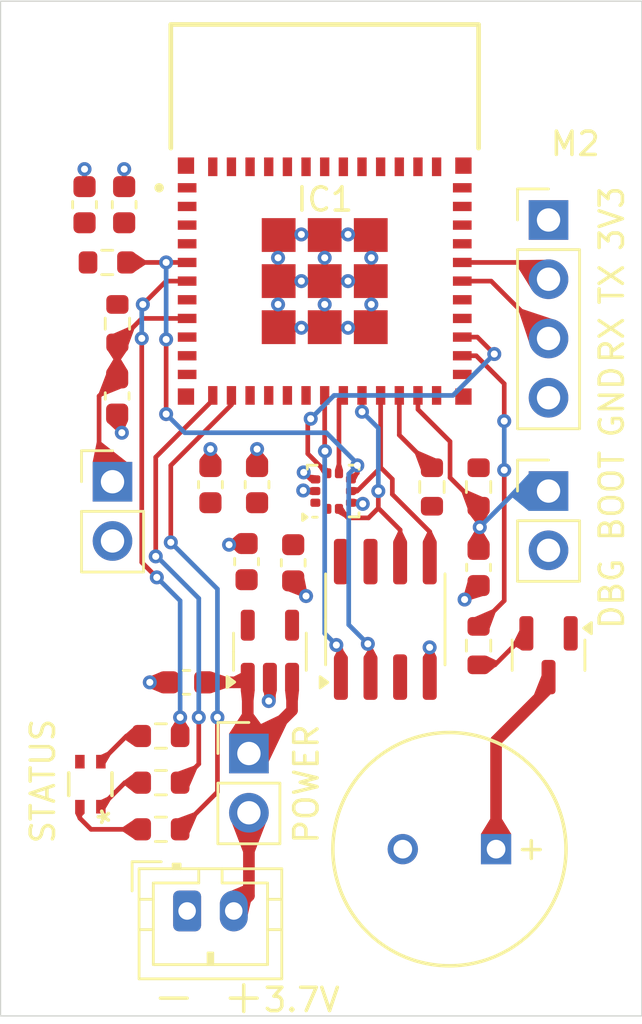
<source format=kicad_pcb>
(kicad_pcb (version 20241229) (generator "pcbnew") (generator_version "9.0")
  (layers (0 "F.Cu" signal) (2 "B.Cu" signal) (13 "F.Paste" user) (15 "B.Paste" user) (5 "F.SilkS" user "F.Silkscreen") (7 "B.SilkS" user "B.Silkscreen") (1 "F.Mask" user) (3 "B.Mask" user) (25 "Edge.Cuts" user))
  (net 0 "")
  (net 1 "GND")
  (net 2 "Net-(BZ1-+)")
  (net 3 "Net-(J4-Pin_1)")
  (net 4 "+3V3")
  (net 5 "/EN")
  (net 6 "/BOOT")
  (net 7 "Net-(D2-BK)")
  (net 8 "Net-(D2-RK)")
  (net 9 "Net-(D2-GK)")
  (net 14 "/BARO_SPC")
  (net 16 "/TXD0")
  (net 17 "/BARO_SDI")
  (net 19 "/RXD0")
  (net 26 "Net-(IC1-IO8)")
  (net 29 "Net-(Q1-B)")
  (net 30 "/BUZZER")
  (net 31 "/LED_R")
  (net 32 "/LED_G")
  (net 33 "/LED_B")
  (net 34 "/BARO_INT")
  (net 35 "/BARO_CS")
  (net 36 "/BARO_SDO")
  (net 37 "/FLASH_CS")
  (net 40 "Net-(BT1--)")
  (footprint "Resistor_SMD:R_0603_1608Metric" (layer "F.Cu") (at 97.01 105.825 -90)
    (property "Reference" "R9" (hide yes))
    (property "Value" "10k")
    (fp_line (start -0.237258 0.5225) (end 0.237258 0.5225) (stroke (width 0.12)) (layer "F.SilkS"))
    (fp_line (start -0.237258 -0.5225) (end 0.237258 -0.5225) (stroke (width 0.12)) (layer "F.SilkS"))
    (pad "1" smd roundrect (at -0.825 0 270) (size 0.8 0.95) (layers "F.Cu" "F.Mask" "F.Paste") (net 4 "+3V3"))
    (pad "2" smd roundrect (at 0.825 0 270) (size 0.8 0.95) (layers "F.Cu" "F.Mask" "F.Paste") (net 5 "/EN"))
  )
  (footprint "Connector_PinHeader_2.54mm:PinHeader_1x04_P2.54mm_Vertical" (layer "F.Cu") (at 115.5 101.38)
    (property "Reference" "J2" (hide yes))
    (property "Value" "Header 01x04 2.54mm" (hide yes))
    (fp_line (start -1.33 -1.33) (end 0 -1.33) (stroke (width 0.12)) (layer "F.SilkS"))
    (fp_line (start -1.33 0) (end -1.33 -1.33) (stroke (width 0.12)) (layer "F.SilkS"))
    (fp_line (start -1.33 1.27) (end -1.33 8.95) (stroke (width 0.12)) (layer "F.SilkS"))
    (fp_line (start -1.33 1.27) (end 1.33 1.27) (stroke (width 0.12)) (layer "F.SilkS"))
    (fp_line (start -1.33 8.95) (end 1.33 8.95) (stroke (width 0.12)) (layer "F.SilkS"))
    (fp_line (start 1.33 1.27) (end 1.33 8.95) (stroke (width 0.12)) (layer "F.SilkS"))
    (pad "1" thru_hole rect (at 0 0) (size 1.7 1.7) (drill 1) (layers "*.Cu" "*.Mask") (net 4 "+3V3"))
    (pad "2" thru_hole oval (at 0 2.54) (size 1.7 1.7) (drill 1) (layers "*.Cu" "*.Mask") (net 16 "/TXD0"))
    (pad "3" thru_hole oval (at 0 5.08) (size 1.7 1.7) (drill 1) (layers "*.Cu" "*.Mask") (net 19 "/RXD0"))
    (pad "4" thru_hole oval (at 0 7.62) (size 1.7 1.7) (drill 1) (layers "*.Cu" "*.Mask") (net 1 "GND"))
  )
  (footprint "Connector_JST:JST_PH_B2B-PH-K_1x02_P2.00mm_Vertical" (layer "F.Cu") (at 100 131)
    (property "Reference" "BT1" (hide yes))
    (property "Value" "3.7V")
    (fp_line (start -2.36 -2.11) (end -2.36 -0.86) (stroke (width 0.12)) (layer "F.SilkS"))
    (fp_line (start -2.06 -1.81) (end -2.06 2.91) (stroke (width 0.12)) (layer "F.SilkS"))
    (fp_line (start -2.06 -0.5) (end -1.45 -0.5) (stroke (width 0.12)) (layer "F.SilkS"))
    (fp_line (start -2.06 0.8) (end -1.45 0.8) (stroke (width 0.12)) (layer "F.SilkS"))
    (fp_line (start -2.06 2.91) (end 4.06 2.91) (stroke (width 0.12)) (layer "F.SilkS"))
    (fp_line (start -1.45 -1.2) (end -1.45 2.3) (stroke (width 0.12)) (layer "F.SilkS"))
    (fp_line (start -1.45 2.3) (end 3.45 2.3) (stroke (width 0.12)) (layer "F.SilkS"))
    (fp_line (start -1.11 -2.11) (end -2.36 -2.11) (stroke (width 0.12)) (layer "F.SilkS"))
    (fp_line (start -0.6 -2.01) (end -0.6 -1.81) (stroke (width 0.12)) (layer "F.SilkS"))
    (fp_line (start -0.3 -2.01) (end -0.6 -2.01) (stroke (width 0.12)) (layer "F.SilkS"))
    (fp_line (start -0.3 -1.91) (end -0.6 -1.91) (stroke (width 0.12)) (layer "F.SilkS"))
    (fp_line (start -0.3 -1.81) (end -0.3 -2.01) (stroke (width 0.12)) (layer "F.SilkS"))
    (fp_line (start 0.5 -1.81) (end 0.5 -1.2) (stroke (width 0.12)) (layer "F.SilkS"))
    (fp_line (start 0.5 -1.2) (end -1.45 -1.2) (stroke (width 0.12)) (layer "F.SilkS"))
    (fp_line (start 0.9 1.8) (end 1.1 1.8) (stroke (width 0.12)) (layer "F.SilkS"))
    (fp_line (start 0.9 2.3) (end 0.9 1.8) (stroke (width 0.12)) (layer "F.SilkS"))
    (fp_line (start 1 2.3) (end 1 1.8) (stroke (width 0.12)) (layer "F.SilkS"))
    (fp_line (start 1.1 1.8) (end 1.1 2.3) (stroke (width 0.12)) (layer "F.SilkS"))
    (fp_line (start 1.5 -1.2) (end 1.5 -1.81) (stroke (width 0.12)) (layer "F.SilkS"))
    (fp_line (start 3.45 -1.2) (end 1.5 -1.2) (stroke (width 0.12)) (layer "F.SilkS"))
    (fp_line (start 3.45 2.3) (end 3.45 -1.2) (stroke (width 0.12)) (layer "F.SilkS"))
    (fp_line (start 4.06 -1.81) (end -2.06 -1.81) (stroke (width 0.12)) (layer "F.SilkS"))
    (fp_line (start 4.06 -0.5) (end 3.45 -0.5) (stroke (width 0.12)) (layer "F.SilkS"))
    (fp_line (start 4.06 0.8) (end 3.45 0.8) (stroke (width 0.12)) (layer "F.SilkS"))
    (fp_line (start 4.06 2.91) (end 4.06 -1.81) (stroke (width 0.12)) (layer "F.SilkS"))
    (pad "1" thru_hole roundrect (at 0 0) (size 1.2 1.75) (drill 0.75) (layers "*.Cu" "*.Mask") (roundrect_rratio 0.208333) (net 1 "GND"))
    (pad "2" thru_hole oval (at 2 0) (size 1.2 1.75) (drill 0.75) (layers "*.Cu" "*.Mask") (net 40 "Net-(BT1--)"))
  )
  (footprint "Resistor_SMD:R_0603_1608Metric" (layer "F.Cu") (at 96.575 103.2)
    (property "Reference" "R6" (hide yes))
    (property "Value" "10k")
    (fp_line (start -0.237258 -0.5225) (end 0.237258 -0.5225) (stroke (width 0.12)) (layer "F.SilkS"))
    (fp_line (start -0.237258 0.5225) (end 0.237258 0.5225) (stroke (width 0.12)) (layer "F.SilkS"))
    (pad "1" smd roundrect (at -0.825 0) (size 0.8 0.95) (layers "F.Cu" "F.Mask" "F.Paste") (net 4 "+3V3"))
    (pad "2" smd roundrect (at 0.825 0) (size 0.8 0.95) (layers "F.Cu" "F.Mask" "F.Paste") (net 36 "/BARO_SDO"))
  )
  (footprint "MountingHole:MountingHole_2.2mm_M2" (layer "F.Cu") (at 116.5 132.5)
    (property "Reference" "REF**" (hide yes))
    (property "Value" "MountingHole_2.2mm_M2" (hide yes))
    (pad "" np_thru_hole circle (at 0 0) (size 2.2 2.2) (drill 2.2) (layers "*.Cu" "*.Mask"))
  )
  (footprint "Capacitor_SMD:C_0603_1608Metric" (layer "F.Cu") (at 112.5 116.275 -90)
    (property "Reference" "C8" (hide yes))
    (property "Value" "100n")
    (fp_line (start -0.14058 0.51) (end 0.14058 0.51) (stroke (width 0.12)) (layer "F.SilkS"))
    (fp_line (start -0.14058 -0.51) (end 0.14058 -0.51) (stroke (width 0.12)) (layer "F.SilkS"))
    (pad "1" smd roundrect (at -0.775 0 270) (size 0.9 0.95) (layers "F.Cu" "F.Mask" "F.Paste") (net 6 "/BOOT"))
    (pad "2" smd roundrect (at 0.775 0 270) (size 0.9 0.95) (layers "F.Cu" "F.Mask" "F.Paste") (net 1 "GND"))
  )
  (footprint "Resistor_SMD:R_0603_1608Metric" (layer "F.Cu") (at 110.5 112.825 90)
    (property "Reference" "R5" (hide yes))
    (property "Value" "10k")
    (fp_line (start -0.237258 -0.5225) (end 0.237258 -0.5225) (stroke (width 0.12)) (layer "F.SilkS"))
    (fp_line (start -0.237258 0.5225) (end 0.237258 0.5225) (stroke (width 0.12)) (layer "F.SilkS"))
    (pad "1" smd roundrect (at -0.825 0 90) (size 0.8 0.95) (layers "F.Cu" "F.Mask" "F.Paste") (net 4 "+3V3"))
    (pad "2" smd roundrect (at 0.825 0 90) (size 0.8 0.95) (layers "F.Cu" "F.Mask" "F.Paste") (net 26 "Net-(IC1-IO8)"))
  )
  (footprint "Capacitor_SMD:C_0603_1608Metric" (layer "F.Cu") (at 97 108.925 -90)
    (property "Reference" "C5" (hide yes))
    (property "Value" "100n")
    (fp_line (start -0.14058 0.51) (end 0.14058 0.51) (stroke (width 0.12)) (layer "F.SilkS"))
    (fp_line (start -0.14058 -0.51) (end 0.14058 -0.51) (stroke (width 0.12)) (layer "F.SilkS"))
    (pad "1" smd roundrect (at -0.775 0 270) (size 0.9 0.95) (layers "F.Cu" "F.Mask" "F.Paste") (net 5 "/EN"))
    (pad "2" smd roundrect (at 0.775 0 270) (size 0.9 0.95) (layers "F.Cu" "F.Mask" "F.Paste") (net 1 "GND"))
  )
  (footprint "Package_SO:SOIC-8_3.9x4.9mm_P1.27mm" (layer "F.Cu") (at 108.5 118.5 90)
    (property "Reference" "U3" (hide yes))
    (property "Value" "W25X40CLSN")
    (fp_line (start 0 -2.56) (end 1.95 -2.56) (stroke (width 0.12)) (layer "F.SilkS"))
    (fp_line (start 0 -2.56) (end -1.95 -2.56) (stroke (width 0.12)) (layer "F.SilkS"))
    (fp_line (start 0 2.56) (end 1.95 2.56) (stroke (width 0.12)) (layer "F.SilkS"))
    (fp_line (start 0 2.56) (end -1.95 2.56) (stroke (width 0.12)) (layer "F.SilkS"))
    (fp_poly (pts (xy -2.7 -2.465) (xy -2.94 -2.795) (xy -2.46 -2.795) (xy -2.7 -2.465)) (stroke (width 0.12)) (fill yes) (layer "F.SilkS"))
    (pad "1" smd roundrect (at -2.475 -1.905 90) (size 1.95 0.6) (layers "F.Cu" "F.Mask" "F.Paste") (net 37 "/FLASH_CS"))
    (pad "2" smd roundrect (at -2.475 -0.635 90) (size 1.95 0.6) (layers "F.Cu" "F.Mask" "F.Paste") (net 36 "/BARO_SDO"))
    (pad "3" smd roundrect (at -2.475 0.635 90) (size 1.95 0.6) (layers "F.Cu" "F.Mask" "F.Paste") (net 4 "+3V3"))
    (pad "4" smd roundrect (at -2.475 1.905 90) (size 1.95 0.6) (layers "F.Cu" "F.Mask" "F.Paste") (net 1 "GND"))
    (pad "5" smd roundrect (at 2.475 1.905 90) (size 1.95 0.6) (layers "F.Cu" "F.Mask" "F.Paste") (net 17 "/BARO_SDI"))
    (pad "6" smd roundrect (at 2.475 0.635 90) (size 1.95 0.6) (layers "F.Cu" "F.Mask" "F.Paste") (net 14 "/BARO_SPC"))
    (pad "7" smd roundrect (at 2.475 -0.635 90) (size 1.95 0.6) (layers "F.Cu" "F.Mask" "F.Paste") (net 4 "+3V3"))
    (pad "8" smd roundrect (at 2.475 -1.905 90) (size 1.95 0.6) (layers "F.Cu" "F.Mask" "F.Paste") (net 4 "+3V3"))
  )
  (footprint "ESP32-C3-MINI-1-H4:ESP32-C3-MINI-1-H4" (layer "F.Cu") (at 105.9 104)
    (property "Reference" "IC1" (at 0 -3.5 0) (layer "F.SilkS"))
    (property "Value" "ESP32-C3-MINI-1-H4" (hide yes))
    (fp_line (start -7.2 -4) (end -7.2 -4) (stroke (width 0.2)) (layer "F.SilkS"))
    (fp_line (start -7 -4) (end -7 -4) (stroke (width 0.2)) (layer "F.SilkS"))
    (fp_line (start -6.6 -11) (end 6.6 -11) (stroke (width 0.2)) (layer "F.SilkS"))
    (fp_line (start -6.6 -5.7) (end -6.6 -11) (stroke (width 0.2)) (layer "F.SilkS"))
    (fp_line (start 6.6 -11) (end 6.6 -5.7) (stroke (width 0.2)) (layer "F.SilkS"))
    (fp_arc (start -7.2 -4) (mid -7.1 -4.1) (end -7 -4) (stroke (width 0.2)) (layer "F.SilkS"))
    (fp_arc (start -7 -4) (mid -7.1 -3.9) (end -7.2 -4) (stroke (width 0.2)) (layer "F.SilkS"))
    (pad "1" smd rect (at -5.9 -4 90) (size 0.4 0.8) (layers "F.Cu" "F.Mask" "F.Paste") (net 1 "GND"))
    (pad "2" smd rect (at -5.9 -3.2 90) (size 0.4 0.8) (layers "F.Cu" "F.Mask" "F.Paste") (net 1 "GND"))
    (pad "3" smd rect (at -5.9 -2.4 90) (size 0.4 0.8) (layers "F.Cu" "F.Mask" "F.Paste") (net 4 "+3V3"))
    (pad "4" smd rect (at -5.9 -1.6 90) (size 0.4 0.8) (layers "F.Cu" "F.Mask" "F.Paste"))
    (pad "5" smd rect (at -5.9 -0.8 90) (size 0.4 0.8) (layers "F.Cu" "F.Mask" "F.Paste") (net 36 "/BARO_SDO"))
    (pad "6" smd rect (at -5.9 0 90) (size 0.4 0.8) (layers "F.Cu" "F.Mask" "F.Paste") (net 31 "/LED_R"))
    (pad "7" smd rect (at -5.9 0.8 90) (size 0.4 0.8) (layers "F.Cu" "F.Mask" "F.Paste"))
    (pad "8" smd rect (at -5.9 1.6 90) (size 0.4 0.8) (layers "F.Cu" "F.Mask" "F.Paste") (net 5 "/EN"))
    (pad "9" smd rect (at -5.9 2.4 90) (size 0.4 0.8) (layers "F.Cu" "F.Mask" "F.Paste"))
    (pad "10" smd rect (at -5.9 3.2 90) (size 0.4 0.8) (layers "F.Cu" "F.Mask" "F.Paste"))
    (pad "11" smd rect (at -5.9 4 90) (size 0.4 0.8) (layers "F.Cu" "F.Mask" "F.Paste") (net 1 "GND"))
    (pad "12" smd rect (at -4.8 4.9) (size 0.4 0.8) (layers "F.Cu" "F.Mask" "F.Paste") (net 32 "/LED_G"))
    (pad "13" smd rect (at -4 4.9) (size 0.4 0.8) (layers "F.Cu" "F.Mask" "F.Paste") (net 33 "/LED_B"))
    (pad "14" smd rect (at -3.2 4.9) (size 0.4 0.8) (layers "F.Cu" "F.Mask" "F.Paste") (net 1 "GND"))
    (pad "15" smd rect (at -2.4 4.9) (size 0.4 0.8) (layers "F.Cu" "F.Mask" "F.Paste"))
    (pad "16" smd rect (at -1.6 4.9) (size 0.4 0.8) (layers "F.Cu" "F.Mask" "F.Paste"))
    (pad "17" smd rect (at -0.8 4.9) (size 0.4 0.8) (layers "F.Cu" "F.Mask" "F.Paste"))
    (pad "18" smd rect (at 0 4.9) (size 0.4 0.8) (layers "F.Cu" "F.Mask" "F.Paste") (net 37 "/FLASH_CS"))
    (pad "19" smd rect (at 0.8 4.9) (size 0.4 0.8) (layers "F.Cu" "F.Mask" "F.Paste") (net 35 "/BARO_CS"))
    (pad "20" smd rect (at 1.6 4.9) (size 0.4 0.8) (layers "F.Cu" "F.Mask" "F.Paste") (net 14 "/BARO_SPC"))
    (pad "21" smd rect (at 2.4 4.9) (size 0.4 0.8) (layers "F.Cu" "F.Mask" "F.Paste") (net 17 "/BARO_SDI"))
    (pad "22" smd rect (at 3.2 4.9) (size 0.4 0.8) (layers "F.Cu" "F.Mask" "F.Paste") (net 26 "Net-(IC1-IO8)"))
    (pad "23" smd rect (at 4 4.9) (size 0.4 0.8) (layers "F.Cu" "F.Mask" "F.Paste") (net 6 "/BOOT"))
    (pad "24" smd rect (at 4.8 4.9) (size 0.4 0.8) (layers "F.Cu" "F.Mask" "F.Paste"))
    (pad "25" smd rect (at 5.9 4 90) (size 0.4 0.8) (layers "F.Cu" "F.Mask" "F.Paste"))
    (pad "26" smd rect (at 5.9 3.2 90) (size 0.4 0.8) (layers "F.Cu" "F.Mask" "F.Paste") (net 30 "/BUZZER"))
    (pad "27" smd rect (at 5.9 2.4 90) (size 0.4 0.8) (layers "F.Cu" "F.Mask" "F.Paste") (net 34 "/BARO_INT"))
    (pad "28" smd rect (at 5.9 1.6 90) (size 0.4 0.8) (layers "F.Cu" "F.Mask" "F.Paste"))
    (pad "29" smd rect (at 5.9 0.8 90) (size 0.4 0.8) (layers "F.Cu" "F.Mask" "F.Paste"))
    (pad "30" smd rect (at 5.9 0 90) (size 0.4 0.8) (layers "F.Cu" "F.Mask" "F.Paste") (net 19 "/RXD0"))
    (pad "31" smd rect (at 5.9 -0.8 90) (size 0.4 0.8) (layers "F.Cu" "F.Mask" "F.Paste") (net 16 "/TXD0"))
    (pad "32" smd rect (at 5.9 -1.6 90) (size 0.4 0.8) (layers "F.Cu" "F.Mask" "F.Paste"))
    (pad "33" smd rect (at 5.9 -2.4 90) (size 0.4 0.8) (layers "F.Cu" "F.Mask" "F.Paste"))
    (pad "34" smd rect (at 5.9 -3.2 90) (size 0.4 0.8) (layers "F.Cu" "F.Mask" "F.Paste"))
    (pad "35" smd rect (at 5.9 -4 90) (size 0.4 0.8) (layers "F.Cu" "F.Mask" "F.Paste"))
    (pad "36" smd rect (at 4.8 -4.9) (size 0.4 0.8) (layers "F.Cu" "F.Mask" "F.Paste") (net 1 "GND"))
    (pad "37" smd rect (at 4 -4.9) (size 0.4 0.8) (layers "F.Cu" "F.Mask" "F.Paste") (net 1 "GND"))
    (pad "38" smd rect (at 3.2 -4.9) (size 0.4 0.8) (layers "F.Cu" "F.Mask" "F.Paste") (net 1 "GND"))
    (pad "39" smd rect (at 2.4 -4.9) (size 0.4 0.8) (layers "F.Cu" "F.Mask" "F.Paste") (net 1 "GND"))
    (pad "40" smd rect (at 1.6 -4.9) (size 0.4 0.8) (layers "F.Cu" "F.Mask" "F.Paste") (net 1 "GND"))
    (pad "41" smd rect (at 0.8 -4.9) (size 0.4 0.8) (layers "F.Cu" "F.Mask" "F.Paste") (net 1 "GND"))
    (pad "42" smd rect (at 0 -4.9) (size 0.4 0.8) (layers "F.Cu" "F.Mask" "F.Paste") (net 1 "GND"))
    (pad "43" smd rect (at -0.8 -4.9) (size 0.4 0.8) (layers "F.Cu" "F.Mask" "F.Paste") (net 1 "GND"))
    (pad "44" smd rect (at -1.6 -4.9) (size 0.4 0.8) (layers "F.Cu" "F.Mask" "F.Paste") (net 1 "GND"))
    (pad "45" smd rect (at -2.4 -4.9) (size 0.4 0.8) (layers "F.Cu" "F.Mask" "F.Paste") (net 1 "GND"))
    (pad "46" smd rect (at -3.2 -4.9) (size 0.4 0.8) (layers "F.Cu" "F.Mask" "F.Paste") (net 1 "GND"))
    (pad "47" smd rect (at -4 -4.9) (size 0.4 0.8) (layers "F.Cu" "F.Mask" "F.Paste") (net 1 "GND"))
    (pad "48" smd rect (at -4.8 -4.9) (size 0.4 0.8) (layers "F.Cu" "F.Mask" "F.Paste") (net 1 "GND"))
    (pad "49" smd rect (at 0 0) (size 1.45 1.45) (layers "F.Cu" "F.Mask" "F.Paste") (net 1 "GND"))
    (pad "50" smd rect (at 1.975 -1.975) (size 1.45 1.45) (layers "F.Cu" "F.Mask" "F.Paste") (net 1 "GND"))
    (pad "51" smd rect (at 0 -1.975) (size 1.45 1.45) (layers "F.Cu" "F.Mask" "F.Paste") (net 1 "GND"))
    (pad "52" smd rect (at -1.975 -1.975) (size 1.45 1.45) (layers "F.Cu" "F.Mask" "F.Paste") (net 1 "GND"))
    (pad "53" smd rect (at -1.975 0) (size 1.45 1.45) (layers "F.Cu" "F.Mask" "F.Paste") (net 1 "GND"))
    (pad "54" smd rect (at -1.975 1.975) (size 1.45 1.45) (layers "F.Cu" "F.Mask" "F.Paste") (net 1 "GND"))
    (pad "55" smd rect (at 0 1.975) (size 1.45 1.45) (layers "F.Cu" "F.Mask" "F.Paste") (net 1 "GND"))
    (pad "56" smd rect (at 1.975 1.975) (size 1.45 1.45) (layers "F.Cu" "F.Mask" "F.Paste") (net 1 "GND"))
    (pad "57" smd rect (at 1.975 0) (size 1.45 1.45) (layers "F.Cu" "F.Mask" "F.Paste") (net 1 "GND"))
    (pad "58" smd rect (at -5.95 -4.95) (size 0.7 0.7) (layers "F.Cu" "F.Mask" "F.Paste") (net 1 "GND"))
    (pad "59" smd rect (at -5.95 4.95) (size 0.7 0.7) (layers "F.Cu" "F.Mask" "F.Paste") (net 1 "GND"))
    (pad "60" smd rect (at 5.95 4.95) (size 0.7 0.7) (layers "F.Cu" "F.Mask" "F.Paste") (net 1 "GND"))
    (pad "61" smd rect (at 5.95 -4.95) (size 0.7 0.7) (layers "F.Cu" "F.Mask" "F.Paste") (net 1 "GND"))
  )
  (footprint "Package_LGA:ST_HLGA-10_2x2mm_P0.5mm_LayoutBorder3x2y" (layer "F.Cu") (at 106.2625 113 90)
    (property "Reference" "U1" (hide yes))
    (property "Value" "LPS22HB")
    (fp_line (start 1.11 -1.11) (end 1.11 -0.685) (stroke (width 0.12)) (layer "F.SilkS"))
    (fp_line (start 0.935 -1.11) (end 1.11 -1.11) (stroke (width 0.12)) (layer "F.SilkS"))
    (fp_line (start -1.12 -0.685) (end -1.12 -0.88) (stroke (width 0.12)) (layer "F.SilkS"))
    (fp_line (start 1.11 1.11) (end 1.11 0.685) (stroke (width 0.12)) (layer "F.SilkS"))
    (fp_line (start 0.935 1.11) (end 1.11 1.11) (stroke (width 0.12)) (layer "F.SilkS"))
    (fp_line (start -0.935 1.11) (end -1.11 1.11) (stroke (width 0.12)) (layer "F.SilkS"))
    (fp_line (start -1.11 1.11) (end -1.11 0.685) (stroke (width 0.12)) (layer "F.SilkS"))
    (fp_poly (pts (xy -1.12 -1.12) (xy -1.26 -1.31) (xy -0.98 -1.31) (xy -1.12 -1.12)) (stroke (width 0.12)) (fill yes) (layer "F.SilkS"))
    (pad "1" smd roundrect (at -0.7625 -0.25 90) (size 0.425 0.35) (layers "F.Cu" "F.Mask" "F.Paste") (net 4 "+3V3"))
    (pad "2" smd roundrect (at -0.7625 0.25 90) (size 0.425 0.35) (layers "F.Cu" "F.Mask" "F.Paste") (net 14 "/BARO_SPC"))
    (pad "3" smd roundrect (at -0.5 0.7625 90) (size 0.35 0.425) (layers "F.Cu" "F.Mask" "F.Paste") (net 1 "GND"))
    (pad "4" smd roundrect (at 0 0.7625 90) (size 0.35 0.425) (layers "F.Cu" "F.Mask" "F.Paste") (net 17 "/BARO_SDI"))
    (pad "5" smd roundrect (at 0.5 0.7625 90) (size 0.35 0.425) (layers "F.Cu" "F.Mask" "F.Paste") (net 36 "/BARO_SDO"))
    (pad "6" smd roundrect (at 0.7625 0.25 90) (size 0.425 0.35) (layers "F.Cu" "F.Mask" "F.Paste") (net 35 "/BARO_CS"))
    (pad "7" smd roundrect (at 0.7625 -0.25 90) (size 0.425 0.35) (layers "F.Cu" "F.Mask" "F.Paste") (net 34 "/BARO_INT"))
    (pad "8" smd roundrect (at 0.5 -0.7625 90) (size 0.35 0.425) (layers "F.Cu" "F.Mask" "F.Paste") (net 1 "GND"))
    (pad "9" smd roundrect (at 0 -0.7625 90) (size 0.35 0.425) (layers "F.Cu" "F.Mask" "F.Paste") (net 1 "GND"))
    (pad "10" smd roundrect (at -0.5 -0.7625 90) (size 0.35 0.425) (layers "F.Cu" "F.Mask" "F.Paste") (net 4 "+3V3"))
  )
  (footprint "Capacitor_SMD:C_0603_1608Metric" (layer "F.Cu") (at 102.55 116.025 90)
    (property "Reference" "C2" (hide yes))
    (property "Value" "1u")
    (fp_line (start -0.14058 -0.51) (end 0.14058 -0.51) (stroke (width 0.12)) (layer "F.SilkS"))
    (fp_line (start -0.14058 0.51) (end 0.14058 0.51) (stroke (width 0.12)) (layer "F.SilkS"))
    (pad "1" smd roundrect (at -0.775 0 90) (size 0.9 0.95) (layers "F.Cu" "F.Mask" "F.Paste") (net 4 "+3V3"))
    (pad "2" smd roundrect (at 0.775 0 90) (size 0.9 0.95) (layers "F.Cu" "F.Mask" "F.Paste") (net 1 "GND"))
  )
  (footprint "Connector_PinHeader_2.54mm:PinHeader_1x02_P2.54mm_Vertical" (layer "F.Cu") (at 102.65 124.25)
    (property "Reference" "J4" (hide yes))
    (property "Value" "Header 01x02 2.54mm" (hide yes))
    (fp_line (start -1.33 -1.33) (end 0 -1.33) (stroke (width 0.12)) (layer "F.SilkS"))
    (fp_line (start -1.33 0) (end -1.33 -1.33) (stroke (width 0.12)) (layer "F.SilkS"))
    (fp_line (start -1.33 1.27) (end -1.33 3.87) (stroke (width 0.12)) (layer "F.SilkS"))
    (fp_line (start -1.33 1.27) (end 1.33 1.27) (stroke (width 0.12)) (layer "F.SilkS"))
    (fp_line (start -1.33 3.87) (end 1.33 3.87) (stroke (width 0.12)) (layer "F.SilkS"))
    (fp_line (start 1.33 1.27) (end 1.33 3.87) (stroke (width 0.12)) (layer "F.SilkS"))
    (pad "1" thru_hole rect (at 0 0) (size 1.7 1.7) (drill 1) (layers "*.Cu" "*.Mask") (net 3 "Net-(J4-Pin_1)"))
    (pad "2" thru_hole oval (at 0 2.54) (size 1.7 1.7) (drill 1) (layers "*.Cu" "*.Mask") (net 40 "Net-(BT1--)"))
  )
  (footprint "Package_TO_SOT_SMD:SOT-23" (layer "F.Cu") (at 115.5 120.0375 -90)
    (property "Reference" "Q1" (hide yes))
    (property "Value" "S8550")
    (fp_line (start 0 1.56) (end -0.65 1.56) (stroke (width 0.12)) (layer "F.SilkS"))
    (fp_line (start 0 1.56) (end 0.65 1.56) (stroke (width 0.12)) (layer "F.SilkS"))
    (fp_line (start 0 -1.56) (end -0.65 -1.56) (stroke (width 0.12)) (layer "F.SilkS"))
    (fp_line (start 0 -1.56) (end 0.65 -1.56) (stroke (width 0.12)) (layer "F.SilkS"))
    (fp_poly (pts (xy -1.1625 -1.51) (xy -1.4025 -1.84) (xy -0.9225 -1.84) (xy -1.1625 -1.51)) (stroke (width 0.12)) (fill yes) (layer "F.SilkS"))
    (pad "1" smd roundrect (at -0.9375 -0.95 270) (size 1.475 0.6) (layers "F.Cu" "F.Mask" "F.Paste") (net 4 "+3V3"))
    (pad "2" smd roundrect (at -0.9375 0.95 270) (size 1.475 0.6) (layers "F.Cu" "F.Mask" "F.Paste") (net 29 "Net-(Q1-B)"))
    (pad "3" smd roundrect (at 0.9375 0 270) (size 1.475 0.6) (layers "F.Cu" "F.Mask" "F.Paste") (net 2 "Net-(BZ1-+)"))
  )
  (footprint "Connector_PinHeader_2.54mm:PinHeader_1x02_P2.54mm_Vertical" (layer "F.Cu") (at 96.8 112.6)
    (property "Reference" "J3" (hide yes))
    (property "Value" "Header 01x02 2.54mm" (hide yes))
    (fp_line (start -1.33 -1.33) (end 0 -1.33) (stroke (width 0.12)) (layer "F.SilkS"))
    (fp_line (start -1.33 0) (end -1.33 -1.33) (stroke (width 0.12)) (layer "F.SilkS"))
    (fp_line (start -1.33 1.27) (end -1.33 3.87) (stroke (width 0.12)) (layer "F.SilkS"))
    (fp_line (start -1.33 1.27) (end 1.33 1.27) (stroke (width 0.12)) (layer "F.SilkS"))
    (fp_line (start -1.33 3.87) (end 1.33 3.87) (stroke (width 0.12)) (layer "F.SilkS"))
    (fp_line (start 1.33 1.27) (end 1.33 3.87) (stroke (width 0.12)) (layer "F.SilkS"))
    (pad "1" thru_hole rect (at 0 0) (size 1.7 1.7) (drill 1) (layers "*.Cu" "*.Mask") (net 5 "/EN"))
    (pad "2" thru_hole oval (at 0 2.54) (size 1.7 1.7) (drill 1) (layers "*.Cu" "*.Mask") (net 1 "GND"))
  )
  (footprint "CT09E-04T273-5:CT09E-04T273-5" (layer "F.Cu") (at 111.25 128.35 -90)
    (property "Reference" "BZ1" (hide yes))
    (property "Value" "CT09E-04T273-5")
    (fp_circle (center 0 0) (end 5 0) (stroke (width 0.15)) (fill no) (layer "F.SilkS"))
    (fp_text user "+" (at -0.7 -3 270) (layer "F.SilkS") (effects (justify left bottom)))
    (pad "1" thru_hole rect (at 0 -2 270) (size 1.3 1.3) (drill 0.8) (layers "*.Cu" "*.Mask") (net 2 "Net-(BZ1-+)"))
    (pad "2" thru_hole circle (at 0 2 270) (size 1.3 1.3) (drill 0.8) (layers "*.Cu" "*.Mask") (net 1 "GND"))
  )
  (footprint "Capacitor_SMD:C_0603_1608Metric" (layer "F.Cu") (at 104.55 116.075 -90)
    (property "Reference" "C11" (hide yes))
    (property "Value" "1u")
    (fp_line (start -0.14058 0.51) (end 0.14058 0.51) (stroke (width 0.12)) (layer "F.SilkS"))
    (fp_line (start -0.14058 -0.51) (end 0.14058 -0.51) (stroke (width 0.12)) (layer "F.SilkS"))
    (pad "1" smd roundrect (at -0.775 0 270) (size 0.9 0.95) (layers "F.Cu" "F.Mask" "F.Paste") (net 4 "+3V3"))
    (pad "2" smd roundrect (at 0.775 0 270) (size 0.9 0.95) (layers "F.Cu" "F.Mask" "F.Paste") (net 1 "GND"))
  )
  (footprint "MountingHole:MountingHole_2.2mm_M2" (layer "F.Cu") (at 95 132.5)
    (property "Reference" "REF**" (hide yes))
    (property "Value" "MountingHole_2.2mm_M2" (hide yes))
    (pad "" np_thru_hole circle (at 0 0) (size 2.2 2.2) (drill 2.2) (layers "*.Cu" "*.Mask"))
  )
  (footprint "Capacitor_SMD:C_0603_1608Metric" (layer "F.Cu") (at 95.6 100.725 90)
    (property "Reference" "C4" (hide yes))
    (property "Value" "100n")
    (fp_line (start -0.14058 -0.51) (end 0.14058 -0.51) (stroke (width 0.12)) (layer "F.SilkS"))
    (fp_line (start -0.14058 0.51) (end 0.14058 0.51) (stroke (width 0.12)) (layer "F.SilkS"))
    (pad "1" smd roundrect (at -0.775 0 90) (size 0.9 0.95) (layers "F.Cu" "F.Mask" "F.Paste") (net 4 "+3V3"))
    (pad "2" smd roundrect (at 0.775 0 90) (size 0.9 0.95) (layers "F.Cu" "F.Mask" "F.Paste") (net 1 "GND"))
  )
  (footprint "Resistor_SMD:R_0603_1608Metric" (layer "F.Cu") (at 98.875 123.5)
    (property "Reference" "R2" (hide yes))
    (property "Value" "261")
    (fp_line (start -0.237258 -0.5225) (end 0.237258 -0.5225) (stroke (width 0.12)) (layer "F.SilkS"))
    (fp_line (start -0.237258 0.5225) (end 0.237258 0.5225) (stroke (width 0.12)) (layer "F.SilkS"))
    (pad "1" smd roundrect (at -0.825 0) (size 0.8 0.95) (layers "F.Cu" "F.Mask" "F.Paste") (net 8 "Net-(D2-RK)"))
    (pad "2" smd roundrect (at 0.825 0) (size 0.8 0.95) (layers "F.Cu" "F.Mask" "F.Paste") (net 31 "/LED_R"))
  )
  (footprint "MountingHole:MountingHole_2.2mm_M2" (layer "F.Cu") (at 116.5 95)
    (property "Reference" "REF**" (hide yes))
    (property "Value" "MountingHole_2.2mm_M2" (hide yes))
    (pad "" np_thru_hole circle (at 0 0) (size 2.2 2.2) (drill 2.2) (layers "*.Cu" "*.Mask"))
  )
  (footprint "Capacitor_SMD:C_0603_1608Metric" (layer "F.Cu") (at 103 112.725 90)
    (property "Reference" "C13" (hide yes))
    (property "Value" "100n")
    (fp_line (start -0.14058 -0.51) (end 0.14058 -0.51) (stroke (width 0.12)) (layer "F.SilkS"))
    (fp_line (start -0.14058 0.51) (end 0.14058 0.51) (stroke (width 0.12)) (layer "F.SilkS"))
    (pad "1" smd roundrect (at -0.775 0 90) (size 0.9 0.95) (layers "F.Cu" "F.Mask" "F.Paste") (net 4 "+3V3"))
    (pad "2" smd roundrect (at 0.775 0 90) (size 0.9 0.95) (layers "F.Cu" "F.Mask" "F.Paste") (net 1 "GND"))
  )
  (footprint "Connector_PinHeader_2.54mm:PinHeader_1x02_P2.54mm_Vertical" (layer "F.Cu") (at 115.5 113)
    (property "Reference" "J1" (hide yes))
    (property "Value" "Header 01x02 2.54mm" (hide yes))
    (fp_line (start -1.33 -1.33) (end 0 -1.33) (stroke (width 0.12)) (layer "F.SilkS"))
    (fp_line (start -1.33 0) (end -1.33 -1.33) (stroke (width 0.12)) (layer "F.SilkS"))
    (fp_line (start -1.33 1.27) (end -1.33 3.87) (stroke (width 0.12)) (layer "F.SilkS"))
    (fp_line (start -1.33 1.27) (end 1.33 1.27) (stroke (width 0.12)) (layer "F.SilkS"))
    (fp_line (start -1.33 3.87) (end 1.33 3.87) (stroke (width 0.12)) (layer "F.SilkS"))
    (fp_line (start 1.33 1.27) (end 1.33 3.87) (stroke (width 0.12)) (layer "F.SilkS"))
    (pad "1" thru_hole rect (at 0 0) (size 1.7 1.7) (drill 1) (layers "*.Cu" "*.Mask") (net 6 "/BOOT"))
    (pad "2" thru_hole oval (at 0 2.54) (size 1.7 1.7) (drill 1) (layers "*.Cu" "*.Mask") (net 1 "GND"))
  )
  (footprint "Resistor_SMD:R_0603_1608Metric" (layer "F.Cu") (at 112.5 119.625 -90)
    (property "Reference" "R1" (hide yes))
    (property "Value" "1k")
    (fp_line (start -0.237258 0.5225) (end 0.237258 0.5225) (stroke (width 0.12)) (layer "F.SilkS"))
    (fp_line (start -0.237258 -0.5225) (end 0.237258 -0.5225) (stroke (width 0.12)) (layer "F.SilkS"))
    (pad "1" smd roundrect (at -0.825 0 270) (size 0.8 0.95) (layers "F.Cu" "F.Mask" "F.Paste") (net 30 "/BUZZER"))
    (pad "2" smd roundrect (at 0.825 0 270) (size 0.8 0.95) (layers "F.Cu" "F.Mask" "F.Paste") (net 29 "Net-(Q1-B)"))
  )
  (footprint "Resistor_SMD:R_0603_1608Metric" (layer "F.Cu") (at 98.875 127.5)
    (property "Reference" "R4" (hide yes))
    (property "Value" "62")
    (fp_line (start -0.237258 -0.5225) (end 0.237258 -0.5225) (stroke (width 0.12)) (layer "F.SilkS"))
    (fp_line (start -0.237258 0.5225) (end 0.237258 0.5225) (stroke (width 0.12)) (layer "F.SilkS"))
    (pad "1" smd roundrect (at -0.825 0) (size 0.8 0.95) (layers "F.Cu" "F.Mask" "F.Paste") (net 7 "Net-(D2-BK)"))
    (pad "2" smd roundrect (at 0.825 0) (size 0.8 0.95) (layers "F.Cu" "F.Mask" "F.Paste") (net 33 "/LED_B"))
  )
  (footprint "B38G3RGB:B38G3RGB-10D0003H2U1930_HVK" (layer "F.Cu") (at 95.850001 125.5652 90)
    (property "Reference" "D2" (hide yes))
    (property "Value" "B38G3RGB")
    (fp_line (start -0.484171 -0.9271) (end 0.484171 -0.9271) (stroke (width 0.1524)) (layer "F.SilkS"))
    (fp_line (start -0.484171 0.9271) (end 0.484171 0.9271) (stroke (width 0.1524)) (layer "F.SilkS"))
    (fp_text user "*" (at -1.397 0.889 90) (layer "F.SilkS"))
    (fp_text user "*" (at -1.397 0.889 90) (layer "F.SilkS"))
    (pad "1" smd rect (at -0.9652 0.449999 90) (size 0.5842 0.4064) (layers "F.Cu" "F.Mask" "F.Paste") (net 9 "Net-(D2-GK)"))
    (pad "2" smd rect (at -0.9652 -0.449999 90) (size 0.5842 0.4064) (layers "F.Cu" "F.Mask" "F.Paste") (net 7 "Net-(D2-BK)"))
    (pad "3" smd rect (at 0.9652 -0.449999 90) (size 0.5842 0.4064) (layers "F.Cu" "F.Mask" "F.Paste") (net 4 "+3V3"))
    (pad "4" smd rect (at 0.9652 0.449999 90) (size 0.5842 0.4064) (layers "F.Cu" "F.Mask" "F.Paste") (net 8 "Net-(D2-RK)"))
  )
  (footprint "Package_TO_SOT_SMD:SOT-23-5" (layer "F.Cu") (at 103.55 119.8875 90)
    (property "Reference" "U4" (hide yes))
    (property "Value" "TLV75533PDBV")
    (fp_line (start 0 -1.56) (end 0.8 -1.56) (stroke (width 0.12)) (layer "F.SilkS"))
    (fp_line (start 0 -1.56) (end -0.8 -1.56) (stroke (width 0.12)) (layer "F.SilkS"))
    (fp_line (start 0 1.56) (end 0.8 1.56) (stroke (width 0.12)) (layer "F.SilkS"))
    (fp_line (start 0 1.56) (end -0.8 1.56) (stroke (width 0.12)) (layer "F.SilkS"))
    (fp_poly (pts (xy -1.3 -1.51) (xy -1.54 -1.84) (xy -1.06 -1.84) (xy -1.3 -1.51)) (stroke (width 0.12)) (fill yes) (layer "F.SilkS"))
    (pad "1" smd roundrect (at -1.1375 -0.95 90) (size 1.325 0.6) (layers "F.Cu" "F.Mask" "F.Paste") (net 3 "Net-(J4-Pin_1)"))
    (pad "2" smd roundrect (at -1.1375 0 90) (size 1.325 0.6) (layers "F.Cu" "F.Mask" "F.Paste") (net 1 "GND"))
    (pad "3" smd roundrect (at -1.1375 0.95 90) (size 1.325 0.6) (layers "F.Cu" "F.Mask" "F.Paste") (net 3 "Net-(J4-Pin_1)"))
    (pad "4" smd roundrect (at 1.1375 0.95 90) (size 1.325 0.6) (layers "F.Cu" "F.Mask" "F.Paste"))
    (pad "5" smd roundrect (at 1.1375 -0.95 90) (size 1.325 0.6) (layers "F.Cu" "F.Mask" "F.Paste") (net 4 "+3V3"))
  )
  (footprint "Resistor_SMD:R_0603_1608Metric" (layer "F.Cu") (at 98.875 125.5)
    (property "Reference" "R3" (hide yes))
    (property "Value" "62")
    (fp_line (start -0.237258 -0.5225) (end 0.237258 -0.5225) (stroke (width 0.12)) (layer "F.SilkS"))
    (fp_line (start -0.237258 0.5225) (end 0.237258 0.5225) (stroke (width 0.12)) (layer "F.SilkS"))
    (pad "1" smd roundrect (at -0.825 0) (size 0.8 0.95) (layers "F.Cu" "F.Mask" "F.Paste") (net 9 "Net-(D2-GK)"))
    (pad "2" smd roundrect (at 0.825 0) (size 0.8 0.95) (layers "F.Cu" "F.Mask" "F.Paste") (net 32 "/LED_G"))
  )
  (footprint "Capacitor_SMD:C_0603_1608Metric" (layer "F.Cu") (at 99.975 121.2 180)
    (property "Reference" "C1" (hide yes))
    (property "Value" "1u")
    (fp_line (start -0.14058 0.51) (end 0.14058 0.51) (stroke (width 0.12)) (layer "F.SilkS"))
    (fp_line (start -0.14058 -0.51) (end 0.14058 -0.51) (stroke (width 0.12)) (layer "F.SilkS"))
    (pad "1" smd roundrect (at -0.775 0 180) (size 0.9 0.95) (layers "F.Cu" "F.Mask" "F.Paste") (net 3 "Net-(J4-Pin_1)"))
    (pad "2" smd roundrect (at 0.775 0 180) (size 0.9 0.95) (layers "F.Cu" "F.Mask" "F.Paste") (net 1 "GND"))
  )
  (footprint "MountingHole:MountingHole_2.2mm_M2" (layer "F.Cu") (at 95 95)
    (property "Reference" "REF**" (hide yes))
    (property "Value" "MountingHole_2.2mm_M2" (hide yes))
    (pad "" np_thru_hole circle (at 0 0) (size 2.2 2.2) (drill 2.2) (layers "*.Cu" "*.Mask"))
  )
  (footprint "Capacitor_SMD:C_0603_1608Metric" (layer "F.Cu") (at 97.3 100.725 90)
    (property "Reference" "C3" (hide yes))
    (property "Value" "10u")
    (fp_line (start -0.14058 -0.51) (end 0.14058 -0.51) (stroke (width 0.12)) (layer "F.SilkS"))
    (fp_line (start -0.14058 0.51) (end 0.14058 0.51) (stroke (width 0.12)) (layer "F.SilkS"))
    (pad "1" smd roundrect (at -0.775 0 90) (size 0.9 0.95) (layers "F.Cu" "F.Mask" "F.Paste") (net 4 "+3V3"))
    (pad "2" smd roundrect (at 0.775 0 90) (size 0.9 0.95) (layers "F.Cu" "F.Mask" "F.Paste") (net 1 "GND"))
  )
  (footprint "Resistor_SMD:R_0603_1608Metric" (layer "F.Cu") (at 112.5 112.825 -90)
    (property "Reference" "R12" (hide yes))
    (property "Value" "10k")
    (fp_line (start -0.237258 0.5225) (end 0.237258 0.5225) (stroke (width 0.12)) (layer "F.SilkS"))
    (fp_line (start -0.237258 -0.5225) (end 0.237258 -0.5225) (stroke (width 0.12)) (layer "F.SilkS"))
    (pad "1" smd roundrect (at -0.825 0 270) (size 0.8 0.95) (layers "F.Cu" "F.Mask" "F.Paste") (net 4 "+3V3"))
    (pad "2" smd roundrect (at 0.825 0 270) (size 0.8 0.95) (layers "F.Cu" "F.Mask" "F.Paste") (net 6 "/BOOT"))
  )
  (footprint "Capacitor_SMD:C_0603_1608Metric" (layer "F.Cu") (at 101 112.725 90)
    (property "Reference" "C12" (hide yes))
    (property "Value" "4.7u")
    (fp_line (start -0.14058 -0.51) (end 0.14058 -0.51) (stroke (width 0.12)) (layer "F.SilkS"))
    (fp_line (start -0.14058 0.51) (end 0.14058 0.51) (stroke (width 0.12)) (layer "F.SilkS"))
    (pad "1" smd roundrect (at -0.775 0 90) (size 0.9 0.95) (layers "F.Cu" "F.Mask" "F.Paste") (net 4 "+3V3"))
    (pad "2" smd roundrect (at 0.775 0 90) (size 0.9 0.95) (layers "F.Cu" "F.Mask" "F.Paste") (net 1 "GND"))
  )
  (gr_rect (start 92 92) (end 119.5 135.5) (stroke (width 0.05)) (fill no) (layer "Edge.Cuts"))
  (gr_text "3V3" (at 118.8 102.8 90) (layer "F.SilkS") (effects (font (size 1 1)) (justify left bottom)))
  (gr_text "RX" (at 118.8 107.6 90) (layer "F.SilkS") (effects (font (size 1 1)) (justify left bottom)))
  (gr_text "DBG BOOT" (at 118.8 119 90) (layer "F.SilkS") (effects (font (size 1 1)) (justify left bottom)))
  (gr_text "TX" (at 118.8 105.1 90) (layer "F.SilkS") (effects (font (size 1 1)) (justify left bottom)))
  (gr_text "M2" (at 115.5 98.7 0) (layer "F.SilkS") (effects (font (size 1 1)) (justify left bottom)))
  (gr_text "POWER" (at 105.7 128.2 90) (layer "F.SilkS") (effects (font (size 1 1)) (justify left bottom)))
  (gr_text "3.7V" (at 103.2 135.4 0) (layer "F.SilkS") (effects (font (size 1 1)) (justify left bottom)))
  (gr_text "GND" (at 118.8 110.8 90) (layer "F.SilkS") (effects (font (size 1 1)) (justify left bottom)))
  (gr_text "STATUS" (at 94.4 128.2 90) (layer "F.SilkS") (effects (font (size 1 1)) (justify left bottom)))
  (gr_text "- +" (at 98.4 135.5 0) (layer "F.SilkS") (effects (font (size 1.5 1.5)) (justify left bottom)))
  (segment (start 95.6 99.95) (end 95.6 99.2) (width 0.2) (layer "F.Cu") (net 1))
  (segment (start 102.55 115.25) (end 101.85 115.25) (width 0.2) (layer "F.Cu") (net 1))
  (segment (start 97.2 110.5) (end 97 110.3) (width 0.2) (layer "F.Cu") (net 1))
  (segment (start 105.3 112.5) (end 105 112.2) (width 0.2) (layer "F.Cu") (net 1))
  (segment (start 105.5 112.5) (end 105.3 112.5) (width 0.2) (layer "F.Cu") (net 1))
  (segment (start 103.55 121.95) (end 103.5 122) (width 0.5) (layer "F.Cu") (net 1))
  (segment (start 101.85 115.25) (end 101.8 115.3) (width 0.2) (layer "F.Cu") (net 1))
  (segment (start 110.405 120.975) (end 110.405 119.705) (width 0.2) (layer "F.Cu") (net 1))
  (segment (start 103.55 121.025) (end 103.55 121.95) (width 0.5) (layer "F.Cu") (net 1))
  (segment (start 104.55 116.85) (end 104.55 116.95) (width 0.2) (layer "F.Cu") (net 1))
  (segment (start 107.025 113.5) (end 107.483178 113.5) (width 0.2) (layer "F.Cu") (net 1))
  (segment (start 97 110.3) (end 97 109.7) (width 0.2) (layer "F.Cu") (net 1))
  (segment (start 110.405 119.705) (end 110.4 119.7) (width 0.2) (layer "F.Cu") (net 1))
  (segment (start 105.5 113) (end 105.004986 113) (width 0.2) (layer "F.Cu") (net 1))
  (segment (start 101 111.95) (end 101 111.2) (width 0.2) (layer "F.Cu") (net 1))
  (segment (start 105.004986 113) (end 104.980244 112.975258) (width 0.2) (layer "F.Cu") (net 1))
  (segment (start 103 111.95) (end 103 111.2) (width 0.2) (layer "F.Cu") (net 1))
  (segment (start 112.5 117.05) (end 111.9 117.65) (width 0.2) (layer "F.Cu") (net 1))
  (segment (start 99.2 121.2) (end 98.4 121.2) (width 0.5) (layer "F.Cu") (net 1))
  (segment (start 104.55 116.95) (end 105.1 117.5) (width 0.2) (layer "F.Cu") (net 1))
  (segment (start 107.483178 113.5) (end 107.531946 113.548768) (width 0.2) (layer "F.Cu") (net 1))
  (segment (start 97.3 99.95) (end 97.3 99.2) (width 0.2) (layer "F.Cu") (net 1))
  (via (at 110.4 119.7) (size 0.6) (drill 0.3) (layers "F.Cu" "B.Cu") (net 1))
  (via (at 105.9 105) (size 0.6) (drill 0.3) (layers "F.Cu" "B.Cu") (net 1))
  (via (at 106.9 102) (size 0.6) (drill 0.3) (layers "F.Cu" "B.Cu") (net 1))
  (via (at 106.9 106) (size 0.6) (drill 0.3) (layers "F.Cu" "B.Cu") (net 1))
  (via (at 103.9 103) (size 0.6) (drill 0.3) (layers "F.Cu" "B.Cu") (net 1))
  (via (at 107.531946 113.548768) (size 0.6) (drill 0.3) (layers "F.Cu" "B.Cu") (net 1))
  (via (at 101.8 115.3) (size 0.6) (drill 0.3) (layers "F.Cu" "B.Cu") (net 1))
  (via (at 97.2 110.5) (size 0.6) (drill 0.3) (layers "F.Cu" "B.Cu") (net 1))
  (via (at 104.9 106) (size 0.6) (drill 0.3) (layers "F.Cu" "B.Cu") (net 1))
  (via (at 107.9 105) (size 0.6) (drill 0.3) (layers "F.Cu" "B.Cu") (net 1))
  (via (at 105 112.2) (size 0.6) (drill 0.3) (layers "F.Cu" "B.Cu") (net 1))
  (via (at 98.4 121.2) (size 0.6) (drill 0.3) (layers "F.Cu" "B.Cu") (net 1))
  (via (at 105.1 117.5) (size 0.6) (drill 0.3) (layers "F.Cu" "B.Cu") (net 1))
  (via (at 95.6 99.2) (size 0.6) (drill 0.3) (layers "F.Cu" "B.Cu") (net 1))
  (via (at 103.5 122) (size 0.6) (drill 0.3) (layers "F.Cu" "B.Cu") (net 1))
  (via (at 105.9 103) (size 0.6) (drill 0.3) (layers "F.Cu" "B.Cu") (net 1))
  (via (at 104.980244 112.975258) (size 0.6) (drill 0.3) (layers "F.Cu" "B.Cu") (net 1))
  (via (at 103.9 105) (size 0.6) (drill 0.3) (layers "F.Cu" "B.Cu") (net 1))
  (via (at 111.9 117.65) (size 0.6) (drill 0.3) (layers "F.Cu" "B.Cu") (net 1))
  (via (at 101 111.2) (size 0.6) (drill 0.3) (layers "F.Cu" "B.Cu") (net 1))
  (via (at 107.9 103) (size 0.6) (drill 0.3) (layers "F.Cu" "B.Cu") (net 1))
  (via (at 103 111.2) (size 0.6) (drill 0.3) (layers "F.Cu" "B.Cu") (net 1))
  (via (at 106.9 104) (size 0.6) (drill 0.3) (layers "F.Cu" "B.Cu") (net 1))
  (via (at 97.3 99.2) (size 0.6) (drill 0.3) (layers "F.Cu" "B.Cu") (net 1))
  (via (at 104.9 104) (size 0.6) (drill 0.3) (layers "F.Cu" "B.Cu") (net 1))
  (via (at 104.9 102) (size 0.6) (drill 0.3) (layers "F.Cu" "B.Cu") (net 1))
  (segment (start 115.5 121.45) (end 113.25 123.7) (width 0.5) (layer "F.Cu") (net 2))
  (segment (start 113.25 123.7) (end 113.25 128.35) (width 0.5) (layer "F.Cu") (net 2))
  (segment (start 115.5 120.975) (end 115.5 121.45) (width 0.5) (layer "F.Cu") (net 2))
  (segment (start 102.6 121.025) (end 102.6 124.2) (width 0.5) (layer "F.Cu") (net 3))
  (segment (start 104.5 122.4) (end 102.65 124.25) (width 0.5) (layer "F.Cu") (net 3))
  (segment (start 102.425 121.2) (end 102.6 121.025) (width 0.5) (layer "F.Cu") (net 3))
  (segment (start 100.75 121.2) (end 102.425 121.2) (width 0.5) (layer "F.Cu") (net 3))
  (segment (start 102.6 124.2) (end 102.65 124.25) (width 0.5) (layer "F.Cu") (net 3))
  (segment (start 104.5 121.025) (end 104.5 122.4) (width 0.5) (layer "F.Cu") (net 3))
  (segment (start 97 108.15) (end 97 106.66) (width 0.2) (layer "F.Cu") (net 5))
  (segment (start 96.224 112.024) (end 96.224 108.926) (width 0.2) (layer "F.Cu") (net 5))
  (segment (start 96.8 112.6) (end 96.224 112.024) (width 0.2) (layer "F.Cu") (net 5))
  (segment (start 98.06 105.6) (end 100 105.6) (width 0.2) (layer "F.Cu") (net 5))
  (segment (start 97 106.66) (end 97.01 106.65) (width 0.2) (layer "F.Cu") (net 5))
  (segment (start 96.224 108.926) (end 97 108.15) (width 0.2) (layer "F.Cu") (net 5))
  (segment (start 97.01 106.65) (end 98.06 105.6) (width 0.2) (layer "F.Cu") (net 5))
  (segment (start 109.9 109.5) (end 109.9 108.9) (width 0.2) (layer "F.Cu") (net 6))
  (segment (start 115.4 113.1) (end 115.5 113) (width 0.2) (layer "F.Cu") (net 6))
  (segment (start 112.5 115.5) (end 112.5 114.6) (width 0.2) (layer "F.Cu") (net 6))
  (segment (start 112.5 114.6) (end 112.55 114.55) (width 0.2) (layer "F.Cu") (net 6))
  (segment (start 111.276 110.876) (end 109.9 109.5) (width 0.2) (layer "F.Cu") (net 6))
  (segment (start 112.5 113.65) (end 111.276 112.426) (width 0.2) (layer "F.Cu") (net 6))
  (segment (start 111.276 112.426) (end 111.276 110.876) (width 0.2) (layer "F.Cu") (net 6))
  (segment (start 112.55 113.7) (end 112.5 113.65) (width 0.2) (layer "F.Cu") (net 6))
  (segment (start 112.55 114.55) (end 112.55 113.7) (width 0.2) (layer "F.Cu") (net 6))
  (via (at 112.55 114.55) (size 0.6) (drill 0.3) (layers "F.Cu" "B.Cu") (net 6))
  (segment (start 115.5 113) (end 114.1 113) (width 0.2) (layer "B.Cu") (net 6))
  (segment (start 114.1 113) (end 112.55 114.55) (width 0.2) (layer "B.Cu") (net 6))
  (segment (start 98.05 127.5) (end 95.877502 127.5) (width 0.2) (layer "F.Cu") (net 7))
  (segment (start 95.400002 127.0225) (end 95.400002 126.5304) (width 0.2) (layer "F.Cu") (net 7))
  (segment (start 95.877502 127.5) (end 95.400002 127.0225) (width 0.2) (layer "F.Cu") (net 7))
  (segment (start 98.05 123.5) (end 97.4 123.5) (width 0.2) (layer "F.Cu") (net 8))
  (segment (start 97.4 123.5) (end 96.3 124.6) (width 0.2) (layer "F.Cu") (net 8))
  (segment (start 97.3304 125.5) (end 96.3 126.5304) (width 0.2) (layer "F.Cu") (net 9))
  (segment (start 98.05 125.5) (end 97.3304 125.5) (width 0.2) (layer "F.Cu") (net 9))
  (segment (start 106.899768 114.149768) (end 107.780889 114.149768) (width 0.2) (layer "F.Cu") (net 14))
  (segment (start 106.5125 113.7625) (end 106.899768 114.149768) (width 0.2) (layer "F.Cu") (net 14))
  (segment (start 108.2 113.730657) (end 108.2 113) (width 0.2) (layer "F.Cu") (net 14))
  (segment (start 109.135 116.025) (end 109.135 114.665657) (width 0.2) (layer "F.Cu") (net 14))
  (segment (start 109.135 114.665657) (end 108.2 113.730657) (width 0.2) (layer "F.Cu") (net 14))
  (segment (start 107.780889 114.149768) (end 108.2 113.730657) (width 0.2) (layer "F.Cu") (net 14))
  (segment (start 107.5 109.6) (end 107.5 108.9) (width 0.2) (layer "F.Cu") (net 14))
  (via (at 107.5 109.6) (size 0.6) (drill 0.3) (layers "F.Cu" "B.Cu") (net 14))
  (via (at 108.2 113) (size 0.6) (drill 0.3) (layers "F.Cu" "B.Cu") (net 14))
  (segment (start 108.2 113) (end 108.2 110.3) (width 0.2) (layer "B.Cu") (net 14))
  (segment (start 108.2 110.3) (end 107.5 109.6) (width 0.2) (layer "B.Cu") (net 14))
  (segment (start 114.78 103.2) (end 115.5 103.92) (width 0.2) (layer "F.Cu") (net 16))
  (segment (start 111.8 103.2) (end 114.78 103.2) (width 0.2) (layer "F.Cu") (net 16))
  (segment (start 108.801 112.490348) (end 108.3 111.989348) (width 0.2) (layer "F.Cu") (net 17))
  (segment (start 108.801 113.140064) (end 108.801 112.490348) (width 0.2) (layer "F.Cu") (net 17))
  (segment (start 108.3 111.989348) (end 108.3 108.9) (width 0.2) (layer "F.Cu") (net 17))
  (segment (start 107.289348 113) (end 108.3 111.989348) (width 0.2) (layer "F.Cu") (net 17))
  (segment (start 110.405 116.025) (end 110.405 114.744064) (width 0.2) (layer "F.Cu") (net 17))
  (segment (start 107.025 113) (end 107.289348 113) (width 0.2) (layer "F.Cu") (net 17))
  (segment (start 110.405 114.744064) (end 108.801 113.140064) (width 0.2) (layer "F.Cu") (net 17))
  (segment (start 113.04 104) (end 115.5 106.46) (width 0.2) (layer "F.Cu") (net 19))
  (segment (start 111.8 104) (end 113.04 104) (width 0.2) (layer "F.Cu") (net 19))
  (segment (start 109.1 110.6) (end 109.1 108.9) (width 0.2) (layer "F.Cu") (net 26))
  (segment (start 110.5 112) (end 109.1 110.6) (width 0.2) (layer "F.Cu") (net 26))
  (segment (start 113.2 120.45) (end 112.5 120.45) (width 0.2) (layer "F.Cu") (net 29))
  (segment (start 114.55 119.1) (end 113.2 120.45) (width 0.2) (layer "F.Cu") (net 29))
  (segment (start 113.6 110) (end 113.6 108.4) (width 0.2) (layer "F.Cu") (net 30))
  (segment (start 112.5 118.8) (end 113.6 117.7) (width 0.2) (layer "F.Cu") (net 30))
  (segment (start 113.6 117.7) (end 113.6 112.1) (width 0.2) (layer "F.Cu") (net 30))
  (segment (start 112.4 107.2) (end 111.8 107.2) (width 0.2) (layer "F.Cu") (net 30))
  (segment (start 113.6 108.4) (end 112.4 107.2) (width 0.2) (layer "F.Cu") (net 30))
  (via (at 113.6 110) (size 0.6) (drill 0.3) (layers "F.Cu" "B.Cu") (net 30))
  (via (at 113.6 112.1) (size 0.6) (drill 0.3) (layers "F.Cu" "B.Cu") (net 30))
  (segment (start 113.6 112.1) (end 113.6 110) (width 0.2) (layer "B.Cu") (net 30))
  (segment (start 98.1 105) (end 99.1 104) (width 0.2) (layer "F.Cu") (net 31))
  (segment (start 98.054265 116.054265) (end 98.054265 106.454265) (width 0.2) (layer "F.Cu") (net 31))
  (segment (start 99.7 123.5) (end 99.7 122.7) (width 0.2) (layer "F.Cu") (net 31))
  (segment (start 99.1 104) (end 100 104) (width 0.2) (layer "F.Cu") (net 31))
  (segment (start 98.7 116.7) (end 98.054265 116.054265) (width 0.2) (layer "F.Cu") (net 31))
  (via (at 98.1 105) (size 0.6) (drill 0.3) (layers "F.Cu" "B.Cu") (net 31))
  (via (at 99.7 122.7) (size 0.6) (drill 0.3) (layers "F.Cu" "B.Cu") (net 31))
  (via (at 98.7 116.7) (size 0.6) (drill 0.3) (layers "F.Cu" "B.Cu") (net 31))
  (via (at 98.054265 106.454265) (size 0.6) (drill 0.3) (layers "F.Cu" "B.Cu") (net 31))
  (segment (start 99.7 117.7) (end 98.7 116.7) (width 0.2) (layer "B.Cu") (net 31))
  (segment (start 98.1 105) (end 98.1 105.00853) (width 0.2) (layer "B.Cu") (net 31))
  (segment (start 99.7 122.7) (end 99.7 117.7) (width 0.2) (layer "B.Cu") (net 31))
  (segment (start 98.1 105.00853) (end 98.054265 105.054265) (width 0.2) (layer "B.Cu") (net 31))
  (segment (start 98.054265 105.054265) (end 98.054265 106.454265) (width 0.2) (layer "B.Cu") (net 31))
  (segment (start 101.1 109.1) (end 101.1 108.9) (width 0.2) (layer "F.Cu") (net 32))
  (segment (start 100.500003 124.699997) (end 100.500003 122.7) (width 0.2) (layer "F.Cu") (net 32))
  (segment (start 98.654265 111.545735) (end 101.1 109.1) (width 0.2) (layer "F.Cu") (net 32))
  (segment (start 98.654265 115.8) (end 98.654265 111.545735) (width 0.2) (layer "F.Cu") (net 32))
  (segment (start 99.7 125.5) (end 100.500003 124.699997) (width 0.2) (layer "F.Cu") (net 32))
  (via (at 100.500003 122.7) (size 0.6) (drill 0.3) (layers "F.Cu" "B.Cu") (net 32))
  (via (at 98.654265 115.8) (size 0.6) (drill 0.3) (layers "F.Cu" "B.Cu") (net 32))
  (segment (start 98.7 115.8) (end 98.654265 115.8) (width 0.2) (layer "B.Cu") (net 32))
  (segment (start 100.500003 117.600003) (end 98.7 115.8) (width 0.2) (layer "B.Cu") (net 32))
  (segment (start 100.500003 122.7) (end 100.500003 117.600003) (width 0.2) (layer "B.Cu") (net 32))
  (segment (start 99.7 127.5) (end 101.300006 125.899994) (width 0.2) (layer "F.Cu") (net 33))
  (segment (start 101.300006 125.899994) (end 101.300006 122.7) (width 0.2) (layer "F.Cu") (net 33))
  (segment (start 101.9 109.302) (end 101.9 108.9) (width 0.2) (layer "F.Cu") (net 33))
  (segment (start 99.3 115.2) (end 99.3 111.902) (width 0.2) (layer "F.Cu") (net 33))
  (segment (start 99.3 111.902) (end 101.9 109.302) (width 0.2) (layer "F.Cu") (net 33))
  (via (at 99.3 115.2) (size 0.6) (drill 0.3) (layers "F.Cu" "B.Cu") (net 33))
  (via (at 101.300006 122.7) (size 0.6) (drill 0.3) (layers "F.Cu" "B.Cu") (net 33))
  (segment (start 101.300006 122.7) (end 101.300006 117.200006) (width 0.2) (layer "B.Cu") (net 33))
  (segment (start 101.300006 117.200006) (end 99.3 115.2) (width 0.2) (layer "B.Cu") (net 33))
  (segment (start 105.175 111.4) (end 106.0125 112.2375) (width 0.2) (layer "F.Cu") (net 34))
  (segment (start 112.44853 106.4) (end 111.8 106.4) (width 0.2) (layer "F.Cu") (net 34))
  (segment (start 105.175 110.025) (end 105.175 111.4) (width 0.2) (layer "F.Cu") (net 34))
  (segment (start 105.3 109.9) (end 105.175 110.025) (width 0.2) (layer "F.Cu") (net 34))
  (segment (start 113.174265 107.125735) (end 112.44853 106.4) (width 0.2) (layer "F.Cu") (net 34))
  (via (at 113.174265 107.125735) (size 0.6) (drill 0.3) (layers "F.Cu" "B.Cu") (net 34))
  (via (at 105.3 109.9) (size 0.6) (drill 0.3) (layers "F.Cu" "B.Cu") (net 34))
  (segment (start 106.3 108.9) (end 111.4 108.9) (width 0.2) (layer "B.Cu") (net 34))
  (segment (start 111.4 108.9) (end 113.174265 107.125735) (width 0.2) (layer "B.Cu") (net 34))
  (segment (start 105.3 109.9) (end 106.3 108.9) (width 0.2) (layer "B.Cu") (net 34))
  (segment (start 106.5125 109.0875) (end 106.7 108.9) (width 0.2) (layer "F.Cu") (net 35))
  (segment (start 106.5125 112.2375) (end 106.5125 109.0875) (width 0.2) (layer "F.Cu") (net 35))
  (segment (start 107.3 111.9) (end 107.3 112.225) (width 0.2) (layer "F.Cu") (net 36))
  (segment (start 107.75 119.62) (end 107.865 119.735) (width 0.2) (layer "F.Cu") (net 36))
  (segment (start 107.75 119.55) (end 107.75 119.62) (width 0.2) (layer "F.Cu") (net 36))
  (segment (start 99.1 103.2) (end 97.4 103.2) (width 0.2) (layer "F.Cu") (net 36))
  (segment (start 99.1 103.2) (end 100 103.2) (width 0.2) (layer "F.Cu") (net 36))
  (segment (start 99.1 109.7) (end 99.1 106.5) (width 0.2) (layer "F.Cu") (net 36))
  (segment (start 107.3 112.225) (end 107.025 112.5) (width 0.2) (layer "F.Cu") (net 36))
  (segment (start 107.865 119.735) (end 107.865 120.975) (width 0.2) (layer "F.Cu") (net 36))
  (via (at 99.1 103.2) (size 0.6) (drill 0.3) (layers "F.Cu" "B.Cu") (net 36))
  (via (at 107.3 111.9) (size 0.6) (drill 0.3) (layers "F.Cu" "B.Cu") (net 36))
  (via (at 99.1 109.7) (size 0.6) (drill 0.3) (layers "F.Cu" "B.Cu") (net 36))
  (via (at 99.1 106.5) (size 0.6) (drill 0.3) (layers "F.Cu" "B.Cu") (net 36))
  (via (at 107.75 119.55) (size 0.6) (drill 0.3) (layers "F.Cu" "B.Cu") (net 36))
  (segment (start 106.930946 118.730946) (end 106.930946 112.269054) (width 0.2) (layer "B.Cu") (net 36))
  (segment (start 99.1 106.5) (end 99.1 103.2) (width 0.2) (layer "B.Cu") (net 36))
  (segment (start 106.930946 112.269054) (end 107.3 111.9) (width 0.2) (layer "B.Cu") (net 36))
  (segment (start 107.75 119.55) (end 106.930946 118.730946) (width 0.2) (layer "B.Cu") (net 36))
  (segment (start 107.3 111.826529) (end 107.3 111.9) (width 0.2) (layer "B.Cu") (net 36))
  (segment (start 99.1 109.7) (end 99.9 110.5) (width 0.2) (layer "B.Cu") (net 36))
  (segment (start 105.973471 110.5) (end 107.3 111.826529) (width 0.2) (layer "B.Cu") (net 36))
  (segment (start 99.9 110.5) (end 105.973471 110.5) (width 0.2) (layer "B.Cu") (net 36))
  (segment (start 105.9 111.276472) (end 105.9125 111.288972) (width 0.2) (layer "F.Cu") (net 37))
  (segment (start 106.595 120.975) (end 106.595 119.795) (width 0.2) (layer "F.Cu") (net 37))
  (segment (start 106.595 119.795) (end 106.4 119.6) (width 0.2) (layer "F.Cu") (net 37))
  (segment (start 105.9 108.9) (end 105.9 111.276472) (width 0.2) (layer "F.Cu") (net 37))
  (via (at 105.9125 111.288972) (size 0.6) (drill 0.3) (layers "F.Cu" "B.Cu") (net 37))
  (via (at 106.4 119.6) (size 0.6) (drill 0.3) (layers "F.Cu" "B.Cu") (net 37))
  (segment (start 105.9125 111.288972) (end 105.9 111.301472) (width 0.2) (layer "B.Cu") (net 37))
  (segment (start 105.9 119.1) (end 106.4 119.6) (width 0.2) (layer "B.Cu") (net 37))
  (segment (start 105.9 111.301472) (end 105.9 119.1) (width 0.2) (layer "B.Cu") (net 37))
  (segment (start 102.65 126.79) (end 102.65 130.35) (width 0.5) (layer "F.Cu") (net 40))
  (segment (start 102.65 130.35) (end 102 131) (width 0.5) (layer "F.Cu") (net 40))
)
</source>
